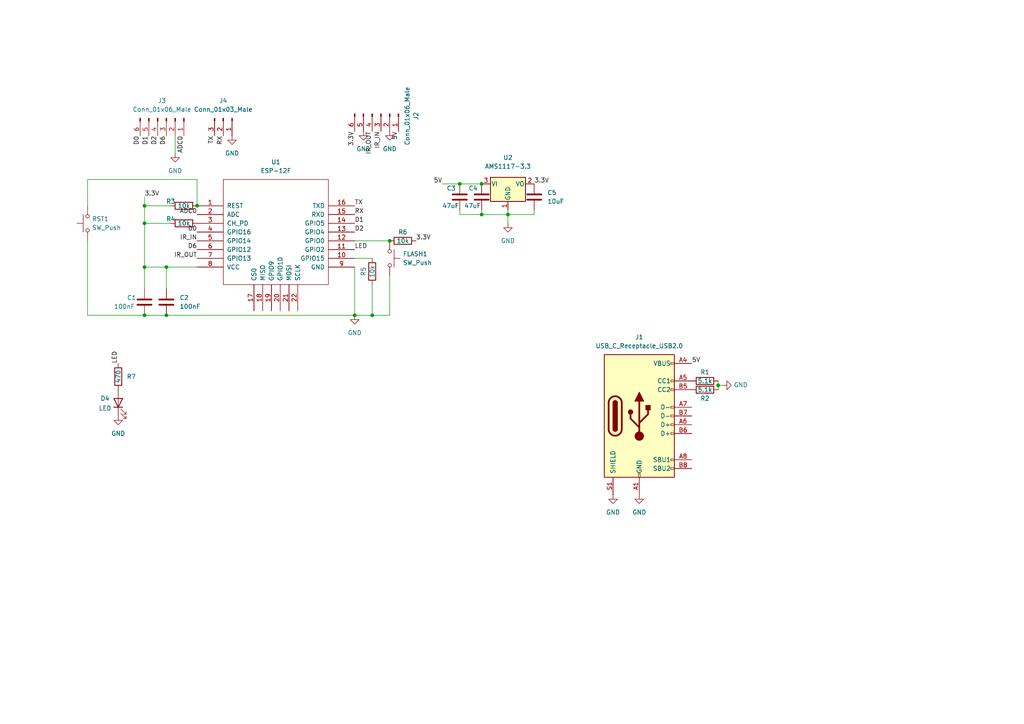
<source format=kicad_sch>
(kicad_sch (version 20211123) (generator eeschema)
  (paper "A4")
  (lib_symbols
    (symbol "Connector:Conn_01x03_Male" (pin_names (offset 1.016) hide)
      (property "Reference" "J" (at 0 5.08 0))
      (property "Value" "Conn_01x03_Male" (at 0 -5.08 0))
      (symbol "Conn_01x03_Male_1_1"
        (polyline (pts (xy 1.27 -2.54) (xy 0.8636 -2.54)) (stroke (width 0.1524)))
        (polyline (pts (xy 1.27 0) (xy 0.8636 0)) (stroke (width 0.1524)))
        (polyline (pts (xy 1.27 2.54) (xy 0.8636 2.54)) (stroke (width 0.1524)))
        (rectangle (start 0.8636 -2.413) (end 0 -2.667) (stroke (width 0.1524)) (fill (type outline)))
        (rectangle (start 0.8636 0.127) (end 0 -0.127) (stroke (width 0.1524)) (fill (type outline)))
        (rectangle (start 0.8636 2.667) (end 0 2.413) (stroke (width 0.1524)) (fill (type outline)))
        (pin passive line (at 5.08 2.54 180) (length 3.81) (name "Pin_1") (number "1"))
        (pin passive line (at 5.08 0 180) (length 3.81) (name "Pin_2") (number "2"))
        (pin passive line (at 5.08 -2.54 180) (length 3.81) (name "Pin_3") (number "3"))
      )
    )
    (symbol "Connector:Conn_01x06_Male" (pin_names (offset 1.016) hide)
      (property "Reference" "J" (at 0 7.62 0))
      (property "Value" "Conn_01x06_Male" (at 0 -10.16 0))
      (symbol "Conn_01x06_Male_1_1"
        (polyline (pts (xy 1.27 -7.62) (xy 0.8636 -7.62)) (stroke (width 0.1524)))
        (polyline (pts (xy 1.27 -5.08) (xy 0.8636 -5.08)) (stroke (width 0.1524)))
        (polyline (pts (xy 1.27 -2.54) (xy 0.8636 -2.54)) (stroke (width 0.1524)))
        (polyline (pts (xy 1.27 0) (xy 0.8636 0)) (stroke (width 0.1524)))
        (polyline (pts (xy 1.27 2.54) (xy 0.8636 2.54)) (stroke (width 0.1524)))
        (polyline (pts (xy 1.27 5.08) (xy 0.8636 5.08)) (stroke (width 0.1524)))
        (rectangle (start 0.8636 -7.493) (end 0 -7.747) (stroke (width 0.1524)) (fill (type outline)))
        (rectangle (start 0.8636 -4.953) (end 0 -5.207) (stroke (width 0.1524)) (fill (type outline)))
        (rectangle (start 0.8636 -2.413) (end 0 -2.667) (stroke (width 0.1524)) (fill (type outline)))
        (rectangle (start 0.8636 0.127) (end 0 -0.127) (stroke (width 0.1524)) (fill (type outline)))
        (rectangle (start 0.8636 2.667) (end 0 2.413) (stroke (width 0.1524)) (fill (type outline)))
        (rectangle (start 0.8636 5.207) (end 0 4.953) (stroke (width 0.1524)) (fill (type outline)))
        (pin passive line (at 5.08 5.08 180) (length 3.81) (name "Pin_1") (number "1"))
        (pin passive line (at 5.08 2.54 180) (length 3.81) (name "Pin_2") (number "2"))
        (pin passive line (at 5.08 0 180) (length 3.81) (name "Pin_3") (number "3"))
        (pin passive line (at 5.08 -2.54 180) (length 3.81) (name "Pin_4") (number "4"))
        (pin passive line (at 5.08 -5.08 180) (length 3.81) (name "Pin_5") (number "5"))
        (pin passive line (at 5.08 -7.62 180) (length 3.81) (name "Pin_6") (number "6"))
      )
    )
    (symbol "Connector:USB_C_Receptacle_USB2.0" (pin_names (offset 1.016))
      (property "Reference" "J" (at -10.16 19.05 0))
      (property "Value" "USB_C_Receptacle_USB2.0" (at 19.05 19.05 0))
      (symbol "USB_C_Receptacle_USB2.0_0_0"
        (rectangle (start -0.254 -17.78) (end 0.254 -16.764))
        (rectangle (start 10.16 -14.986) (end 9.144 -15.494))
        (rectangle (start 10.16 -12.446) (end 9.144 -12.954))
        (rectangle (start 10.16 -4.826) (end 9.144 -5.334))
        (rectangle (start 10.16 -2.286) (end 9.144 -2.794))
        (rectangle (start 10.16 0.254) (end 9.144 -0.254))
        (rectangle (start 10.16 2.794) (end 9.144 2.286))
        (rectangle (start 10.16 7.874) (end 9.144 7.366))
        (rectangle (start 10.16 10.414) (end 9.144 9.906))
        (rectangle (start 10.16 15.494) (end 9.144 14.986))
      )
      (symbol "USB_C_Receptacle_USB2.0_0_1"
        (rectangle (start -10.16 17.78) (end 10.16 -17.78) (stroke (width 0.254)) (fill (type background)))
        (arc (start -8.89 -3.81) (mid -6.985 -5.715) (end -5.08 -3.81) (stroke (width 0.508)))
        (arc (start -7.62 -3.81) (mid -6.985 -4.445) (end -6.35 -3.81) (stroke (width 0.254)))
        (arc (start -7.62 -3.81) (mid -6.985 -4.445) (end -6.35 -3.81) (stroke (width 0.254)) (fill (type outline)))
        (rectangle (start -7.62 -3.81) (end -6.35 3.81) (stroke (width 0.254)) (fill (type outline)))
        (arc (start -6.35 3.81) (mid -6.985 4.445) (end -7.62 3.81) (stroke (width 0.254)))
        (arc (start -6.35 3.81) (mid -6.985 4.445) (end -7.62 3.81) (stroke (width 0.254)) (fill (type outline)))
        (arc (start -5.08 3.81) (mid -6.985 5.715) (end -8.89 3.81) (stroke (width 0.508)))
        (circle (center -2.54 1.143) (radius 0.635) (stroke (width 0.254)) (fill (type outline)))
        (circle (center 0 -5.842) (radius 1.27) (fill (type outline)))
        (polyline (pts (xy -8.89 -3.81) (xy -8.89 3.81)) (stroke (width 0.508)))
        (polyline (pts (xy -5.08 3.81) (xy -5.08 -3.81)) (stroke (width 0.508)))
        (polyline (pts (xy 0 -5.842) (xy 0 4.318)) (stroke (width 0.508)))
        (polyline (pts (xy 0 -3.302) (xy -2.54 -0.762) (xy -2.54 0.508)) (stroke (width 0.508)))
        (polyline (pts (xy 0 -2.032) (xy 2.54 0.508) (xy 2.54 1.778)) (stroke (width 0.508)))
        (polyline (pts (xy -1.27 4.318) (xy 0 6.858) (xy 1.27 4.318) (xy -1.27 4.318)) (stroke (width 0.254)) (fill (type outline)))
        (rectangle (start 1.905 1.778) (end 3.175 3.048) (stroke (width 0.254)) (fill (type outline)))
      )
      (symbol "USB_C_Receptacle_USB2.0_1_1"
        (pin passive line (at 0 -22.86 90) (length 5.08) (name "GND") (number "A1"))
        (pin passive line (at 0 -22.86 90) (length 5.08) hide (name "GND") (number "A12"))
        (pin passive line (at 15.24 15.24 180) (length 5.08) (name "VBUS") (number "A4"))
        (pin bidirectional line (at 15.24 10.16 180) (length 5.08) (name "CC1") (number "A5"))
        (pin bidirectional line (at 15.24 -2.54 180) (length 5.08) (name "D+") (number "A6"))
        (pin bidirectional line (at 15.24 2.54 180) (length 5.08) (name "D-") (number "A7"))
        (pin bidirectional line (at 15.24 -12.7 180) (length 5.08) (name "SBU1") (number "A8"))
        (pin passive line (at 15.24 15.24 180) (length 5.08) hide (name "VBUS") (number "A9"))
        (pin passive line (at 0 -22.86 90) (length 5.08) hide (name "GND") (number "B1"))
        (pin passive line (at 0 -22.86 90) (length 5.08) hide (name "GND") (number "B12"))
        (pin passive line (at 15.24 15.24 180) (length 5.08) hide (name "VBUS") (number "B4"))
        (pin bidirectional line (at 15.24 7.62 180) (length 5.08) (name "CC2") (number "B5"))
        (pin bidirectional line (at 15.24 -5.08 180) (length 5.08) (name "D+") (number "B6"))
        (pin bidirectional line (at 15.24 0 180) (length 5.08) (name "D-") (number "B7"))
        (pin bidirectional line (at 15.24 -15.24 180) (length 5.08) (name "SBU2") (number "B8"))
        (pin passive line (at 15.24 15.24 180) (length 5.08) hide (name "VBUS") (number "B9"))
        (pin passive line (at -7.62 -22.86 90) (length 5.08) (name "SHIELD") (number "S1"))
      )
    )
    (symbol "Device:C" (pin_numbers hide) (pin_names (offset 0.254))
      (property "Reference" "C" (at 0.635 2.54 0))
      (property "Value" "C" (at 0.635 -2.54 0))
      (symbol "C_0_1"
        (polyline (pts (xy -2.032 -0.762) (xy 2.032 -0.762)) (stroke (width 0.508)))
        (polyline (pts (xy -2.032 0.762) (xy 2.032 0.762)) (stroke (width 0.508)))
      )
      (symbol "C_1_1"
        (pin passive line (at 0 3.81 270) (length 2.794) (name "~") (number "1"))
        (pin passive line (at 0 -3.81 90) (length 2.794) (name "~") (number "2"))
      )
    )
    (symbol "Device:LED" (pin_numbers hide) (pin_names (offset 1.016) hide)
      (property "Reference" "D" (at 0 2.54 0))
      (property "Value" "LED" (at 0 -2.54 0))
      (symbol "LED_0_1"
        (polyline (pts (xy -1.27 -1.27) (xy -1.27 1.27)) (stroke (width 0.254)))
        (polyline (pts (xy -1.27 0) (xy 1.27 0)))
        (polyline (pts (xy 1.27 -1.27) (xy 1.27 1.27) (xy -1.27 0) (xy 1.27 -1.27)) (stroke (width 0.254)))
        (polyline (pts (xy -3.048 -0.762) (xy -4.572 -2.286) (xy -3.81 -2.286) (xy -4.572 -2.286) (xy -4.572 -1.524)))
        (polyline (pts (xy -1.778 -0.762) (xy -3.302 -2.286) (xy -2.54 -2.286) (xy -3.302 -2.286) (xy -3.302 -1.524)))
      )
      (symbol "LED_1_1"
        (pin passive line (at -3.81 0 0) (length 2.54) (name "K") (number "1"))
        (pin passive line (at 3.81 0 180) (length 2.54) (name "A") (number "2"))
      )
    )
    (symbol "Device:R" (pin_numbers hide) (pin_names (offset 0))
      (property "Reference" "R" (at 2.032 0 90))
      (property "Value" "R" (at 0 0 90))
      (symbol "R_0_1"
        (rectangle (start -1.016 -2.54) (end 1.016 2.54) (stroke (width 0.254)))
      )
      (symbol "R_1_1"
        (pin passive line (at 0 3.81 270) (length 1.27) (name "~") (number "1"))
        (pin passive line (at 0 -3.81 90) (length 1.27) (name "~") (number "2"))
      )
    )
    (symbol "ESP8266:ESP-12F" (pin_names (offset 1.016))
      (property "Reference" "U" (at 0 -2.54 0))
      (property "Value" "ESP-12F" (at 0 2.54 0))
      (symbol "ESP-12F_1_0"
        (rectangle (start -15.24 -15.24) (end 15.24 15.24))
      )
      (symbol "ESP-12F_1_1"
        (pin input line (at -22.86 7.62 0) (length 7.62) (name "REST") (number "1"))
        (pin bidirectional line (at 22.86 -7.62 180) (length 7.62) (name "GPIO15") (number "10"))
        (pin bidirectional line (at 22.86 -5.08 180) (length 7.62) (name "GPIO2") (number "11"))
        (pin bidirectional line (at 22.86 -2.54 180) (length 7.62) (name "GPIO0") (number "12"))
        (pin bidirectional line (at 22.86 0 180) (length 7.62) (name "GPIO4") (number "13"))
        (pin bidirectional line (at 22.86 2.54 180) (length 7.62) (name "GPIO5") (number "14"))
        (pin input line (at 22.86 5.08 180) (length 7.62) (name "RXD") (number "15"))
        (pin output line (at 22.86 7.62 180) (length 7.62) (name "TXD") (number "16"))
        (pin bidirectional line (at -6.35 -22.86 90) (length 7.62) (name "CS0") (number "17"))
        (pin bidirectional line (at -3.81 -22.86 90) (length 7.62) (name "MISO") (number "18"))
        (pin bidirectional line (at -1.27 -22.86 90) (length 7.62) (name "GPIO9") (number "19"))
        (pin passive line (at -22.86 5.08 0) (length 7.62) (name "ADC") (number "2"))
        (pin bidirectional line (at 1.27 -22.86 90) (length 7.62) (name "GPIO10") (number "20"))
        (pin bidirectional line (at 3.81 -22.86 90) (length 7.62) (name "MOSI") (number "21"))
        (pin bidirectional line (at 6.35 -22.86 90) (length 7.62) (name "SCLK") (number "22"))
        (pin input line (at -22.86 2.54 0) (length 7.62) (name "CH_PD") (number "3"))
        (pin bidirectional line (at -22.86 0 0) (length 7.62) (name "GPIO16") (number "4"))
        (pin bidirectional line (at -22.86 -2.54 0) (length 7.62) (name "GPIO14") (number "5"))
        (pin bidirectional line (at -22.86 -5.08 0) (length 7.62) (name "GPIO12") (number "6"))
        (pin bidirectional line (at -22.86 -7.62 0) (length 7.62) (name "GPIO13") (number "7"))
        (pin power_in line (at -22.86 -10.16 0) (length 7.62) (name "VCC") (number "8"))
        (pin power_in line (at 22.86 -10.16 180) (length 7.62) (name "GND") (number "9"))
      )
    )
    (symbol "Regulator_Linear:AMS1117-3.3" (pin_names (offset 0.254))
      (property "Reference" "U" (at -3.81 3.175 0))
      (property "Value" "AMS1117-3.3" (at 0 3.175 0))
      (symbol "AMS1117-3.3_0_1"
        (rectangle (start -5.08 -5.08) (end 5.08 1.905) (stroke (width 0.254)) (fill (type background)))
      )
      (symbol "AMS1117-3.3_1_1"
        (pin power_in line (at 0 -7.62 90) (length 2.54) (name "GND") (number "1"))
        (pin power_out line (at 7.62 0 180) (length 2.54) (name "VO") (number "2"))
        (pin power_in line (at -7.62 0 0) (length 2.54) (name "VI") (number "3"))
      )
    )
    (symbol "Switch:SW_Push" (pin_numbers hide) (pin_names (offset 1.016) hide)
      (property "Reference" "SW" (at 1.27 2.54 0))
      (property "Value" "SW_Push" (at 0 -1.524 0))
      (symbol "SW_Push_0_1"
        (circle (center -2.032 0) (radius 0.508))
        (polyline (pts (xy 0 1.27) (xy 0 3.048)))
        (polyline (pts (xy 2.54 1.27) (xy -2.54 1.27)))
        (circle (center 2.032 0) (radius 0.508))
        (pin passive line (at -5.08 0 0) (length 2.54) (name "1") (number "1"))
        (pin passive line (at 5.08 0 180) (length 2.54) (name "2") (number "2"))
      )
    )
    (symbol "power:GND" (power) (pin_names (offset 0))
      (property "Value" "GND" (at 0 -3.81 0))
      (symbol "GND_0_1"
        (polyline (pts (xy 0 0) (xy 0 -1.27) (xy 1.27 -1.27) (xy 0 -2.54) (xy -1.27 -1.27) (xy 0 -1.27)))
      )
      (symbol "GND_1_1"
        (pin power_in line (at 0 0 270) (length 0) hide (name "GND") (number "1"))
      )
    )
  )
  (junction (at 41.91 64.77))
  (junction (at 147.32 62.23))
  (junction (at 48.26 91.44))
  (junction (at 139.7 53.34))
  (junction (at 107.95 91.44))
  (junction (at 48.26 77.47))
  (junction (at 57.15 59.69))
  (junction (at 102.87 91.44))
  (junction (at 41.91 77.47))
  (junction (at 133.35 53.34))
  (junction (at 208.28 111.76))
  (junction (at 113.03 69.85))
  (junction (at 41.91 59.69))
  (junction (at 139.7 62.23))
  (junction (at 41.91 91.44))
  (wire (pts (xy 25.4 91.44) (xy 25.4 69.85)))
  (wire (pts (xy 147.32 62.23) (xy 147.32 64.77)))
  (wire (pts (xy 128.27 53.34) (xy 133.35 53.34)))
  (wire (pts (xy 57.15 52.07) (xy 57.15 59.69)))
  (wire (pts (xy 154.94 62.23) (xy 147.32 62.23)))
  (wire (pts (xy 147.32 60.96) (xy 147.32 62.23)))
  (wire (pts (xy 113.03 91.44) (xy 107.95 91.44)))
  (wire (pts (xy 48.26 77.47) (xy 57.15 77.47)))
  (wire (pts (xy 208.28 110.49) (xy 208.28 111.76)))
  (wire (pts (xy 41.91 91.44) (xy 48.26 91.44)))
  (wire (pts (xy 154.94 60.96) (xy 154.94 62.23)))
  (wire (pts (xy 48.26 77.47) (xy 48.26 83.82)))
  (wire (pts (xy 209.55 111.76) (xy 208.28 111.76)))
  (wire (pts (xy 41.91 59.69) (xy 49.53 59.69)))
  (wire (pts (xy 41.91 64.77) (xy 41.91 77.47)))
  (wire (pts (xy 107.95 82.55) (xy 107.95 91.44)))
  (wire (pts (xy 25.4 52.07) (xy 25.4 59.69)))
  (wire (pts (xy 139.7 60.96) (xy 139.7 62.23)))
  (wire (pts (xy 133.35 62.23) (xy 139.7 62.23)))
  (wire (pts (xy 102.87 91.44) (xy 107.95 91.44)))
  (wire (pts (xy 102.87 69.85) (xy 113.03 69.85)))
  (wire (pts (xy 139.7 62.23) (xy 147.32 62.23)))
  (wire (pts (xy 133.35 60.96) (xy 133.35 62.23)))
  (wire (pts (xy 41.91 59.69) (xy 41.91 64.77)))
  (wire (pts (xy 102.87 74.93) (xy 107.95 74.93)))
  (wire (pts (xy 41.91 77.47) (xy 41.91 83.82)))
  (wire (pts (xy 48.26 91.44) (xy 102.87 91.44)))
  (wire (pts (xy 25.4 91.44) (xy 41.91 91.44)))
  (wire (pts (xy 41.91 64.77) (xy 49.53 64.77)))
  (wire (pts (xy 50.8 39.37) (xy 50.8 44.45)))
  (wire (pts (xy 208.28 111.76) (xy 208.28 113.03)))
  (wire (pts (xy 113.03 80.01) (xy 113.03 91.44)))
  (wire (pts (xy 41.91 57.15) (xy 41.91 59.69)))
  (wire (pts (xy 102.87 77.47) (xy 102.87 91.44)))
  (wire (pts (xy 25.4 52.07) (xy 57.15 52.07)))
  (wire (pts (xy 133.35 53.34) (xy 139.7 53.34)))
  (wire (pts (xy 41.91 77.47) (xy 48.26 77.47)))
  (label "3.3V" (at 154.94 53.34 0))
  (label "RX" (at 64.77 39.37 270))
  (label "D6" (at 57.15 72.39 180))
  (label "D1" (at 102.87 64.77 0))
  (label "3.3V" (at 41.91 57.15 0))
  (label "RX" (at 102.87 62.23 0))
  (label "LED" (at 34.29 105.41 90))
  (label "D0" (at 40.64 39.37 270))
  (label "D2" (at 102.87 67.31 0))
  (label "5V" (at 115.57 38.1 270))
  (label "D6" (at 48.26 39.37 270))
  (label "ADC0" (at 53.34 39.37 270))
  (label "D2" (at 45.72 39.37 270))
  (label "5V" (at 128.27 53.34 180))
  (label "ADC0" (at 57.15 62.23 180))
  (label "IR_OUT" (at 107.95 38.1 270))
  (label "LED" (at 102.87 72.39 0))
  (label "IR_OUT" (at 57.15 74.93 180))
  (label "5V" (at 200.66 105.41 0))
  (label "3.3V" (at 120.65 69.85 0))
  (label "3.3V" (at 102.87 38.1 270))
  (label "IR_IN" (at 57.15 69.85 180))
  (label "D1" (at 43.18 39.37 270))
  (label "D0" (at 57.15 67.31 180))
  (label "IR_IN" (at 110.49 38.1 270))
  (label "TX" (at 62.23 39.37 270))
  (label "TX" (at 102.87 59.69 0))
  (symbol (lib_id "power:GND") (at 67.31 39.37 0) (unit 1)
    (property "Reference" "#PWR0108" (effects hide))
    (property "Value" "GND" (at 67.31 44.45 0))
  )
  (symbol (lib_id "power:GND") (at 50.8 44.45 0) (unit 1)
    (property "Reference" "#PWR0109" (effects hide))
    (property "Value" "GND" (at 50.8 49.53 0))
  )
  (symbol (lib_id "power:GND") (at 34.29 120.65 0) (unit 1)
    (property "Reference" "#PWR0110" (effects hide))
    (property "Value" "GND" (at 34.29 125.73 0))
  )
  (symbol (lib_id "Device:C") (at 133.35 57.15 0) (unit 1)
    (property "Reference" "C3" (at 129.54 54.61 0) (effects (justify left)))
    (property "Value" "47uF" (at 128.27 59.69 0) (effects (justify left)))
    (property "Footprint" "Capacitor_THT:CP_Radial_D5.0mm_P2.50mm" (effects hide))
  )
  (symbol (lib_id "Connector:Conn_01x06_Male") (at 48.26 34.29 270) (unit 1)
    (property "Reference" "J3" (at 46.99 29.21 90))
    (property "Value" "Conn_01x06_Male" (at 46.99 31.75 90))
    (property "Footprint" "Connector_PinHeader_2.54mm:PinHeader_1x06_P2.54mm_Vertical" (effects hide))
  )
  (symbol (lib_id "Device:R") (at 107.95 78.74 0) (unit 1)
    (property "Reference" "R5" (at 105.41 78.74 90))
    (property "Value" "10k" (at 107.95 78.74 90))
    (property "Footprint" "Resistor_SMD:R_0603_1608Metric_Pad0.98x0.95mm_HandSolder" (effects hide))
  )
  (symbol (lib_id "power:GND") (at 147.32 64.77 0) (unit 1)
    (property "Reference" "#PWR0105" (effects hide))
    (property "Value" "GND" (at 147.32 69.85 0))
  )
  (symbol (lib_id "Device:R") (at 34.29 109.22 180) (unit 1)
    (property "Reference" "R7" (at 38.1 109.22 0))
    (property "Value" "470" (at 34.29 109.22 90))
    (property "Footprint" "Resistor_SMD:R_0603_1608Metric_Pad0.98x0.95mm_HandSolder" (effects hide))
  )
  (symbol (lib_id "Connector:Conn_01x06_Male") (at 110.49 33.02 270) (unit 1)
    (property "Reference" "J2" (at 120.65 33.655 0))
    (property "Value" "Conn_01x06_Male" (at 118.11 33.655 0))
    (property "Footprint" "Connector_Wire:SolderWirePad_1x01_SMD_1x2mm" (effects hide))
  )
  (symbol (lib_id "Regulator_Linear:AMS1117-3.3") (at 147.32 53.34 0) (unit 1)
    (property "Reference" "U2" (at 147.32 45.72 0))
    (property "Value" "AMS1117-3.3" (at 147.32 48.26 0))
    (property "Footprint" "Package_TO_SOT_SMD:SOT-223-3_TabPin2" (effects hide))
    (property "Datasheet" "http://www.advanced-monolithic.com/pdf/ds1117.pdf" (effects hide))
  )
  (symbol (lib_id "Device:C") (at 154.94 57.15 0) (unit 1)
    (property "Reference" "C5" (at 158.75 55.8799 0) (effects (justify left)))
    (property "Value" "10uF" (at 158.75 58.4199 0) (effects (justify left)))
    (property "Footprint" "Capacitor_SMD:C_0603_1608Metric_Pad1.08x0.95mm_HandSolder" (effects hide))
  )
  (symbol (lib_id "Device:R") (at 204.47 113.03 270) (unit 1)
    (property "Reference" "R2" (at 204.47 115.57 90))
    (property "Value" "5.1k" (at 204.47 113.03 90))
    (property "Footprint" "Resistor_SMD:R_0603_1608Metric_Pad0.98x0.95mm_HandSolder" (effects hide))
  )
  (symbol (lib_id "Device:R") (at 53.34 59.69 270) (unit 1)
    (property "Reference" "R3" (at 49.53 58.42 90))
    (property "Value" "10k" (at 53.34 59.69 90))
    (property "Footprint" "Resistor_SMD:R_0603_1608Metric_Pad0.98x0.95mm_HandSolder" (effects hide))
  )
  (symbol (lib_id "power:GND") (at 209.55 111.76 90) (unit 1)
    (property "Reference" "#PWR0101" (effects hide))
    (property "Value" "GND" (at 212.8012 111.633 90) (effects (justify right)))
  )
  (symbol (lib_id "Device:R") (at 204.47 110.49 270) (unit 1)
    (property "Reference" "R1" (at 204.47 107.95 90))
    (property "Value" "5.1k" (at 204.47 110.49 90))
    (property "Footprint" "Resistor_SMD:R_0603_1608Metric_Pad0.98x0.95mm_HandSolder" (effects hide))
  )
  (symbol (lib_id "power:GND") (at 102.87 91.44 0) (unit 1)
    (property "Reference" "#PWR0104" (effects hide))
    (property "Value" "GND" (at 102.87 96.52 0))
  )
  (symbol (lib_id "Device:C") (at 48.26 87.63 0) (unit 1)
    (property "Reference" "C2" (at 52.07 86.3599 0) (effects (justify left)))
    (property "Value" "100nF" (at 52.07 88.8999 0) (effects (justify left)))
    (property "Footprint" "Capacitor_SMD:C_0603_1608Metric_Pad1.08x0.95mm_HandSolder" (effects hide))
  )
  (symbol (lib_id "power:GND") (at 105.41 38.1 0) (unit 1)
    (property "Reference" "#PWR0102" (effects hide))
    (property "Value" "GND" (at 105.41 43.18 0))
  )
  (symbol (lib_id "Device:R") (at 116.84 69.85 270) (unit 1)
    (property "Reference" "R6" (at 116.84 67.31 90))
    (property "Value" "10k" (at 116.84 69.85 90))
    (property "Footprint" "Resistor_SMD:R_0603_1608Metric_Pad0.98x0.95mm_HandSolder" (effects hide))
  )
  (symbol (lib_id "Switch:SW_Push") (at 25.4 64.77 90) (unit 1)
    (property "Reference" "RST1" (at 26.67 63.4999 90) (effects (justify right)))
    (property "Value" "SW_Push" (at 26.67 66.0399 90) (effects (justify right)))
    (property "Footprint" "Button_Switch_THT:SW_PUSH_6mm_H8mm" (effects hide))
  )
  (symbol (lib_id "power:GND") (at 185.42 143.51 0) (unit 1)
    (property "Reference" "#PWR0106" (effects hide))
    (property "Value" "GND" (at 185.42 148.59 0))
  )
  (symbol (lib_id "Switch:SW_Push") (at 113.03 74.93 270) (unit 1)
    (property "Reference" "FLASH1" (at 116.84 73.6599 90) (effects (justify left)))
    (property "Value" "SW_Push" (at 116.84 76.1999 90) (effects (justify left)))
    (property "Footprint" "Button_Switch_THT:SW_PUSH_6mm_H8mm" (effects hide))
  )
  (symbol (lib_id "ESP8266:ESP-12F") (at 80.01 67.31 0) (unit 1)
    (property "Reference" "U1" (at 80.01 46.99 0))
    (property "Value" "ESP-12F" (at 80.01 49.53 0))
    (property "Footprint" "ESP8266:ESP-12E" (effects hide))
    (property "Datasheet" "http://l0l.org.uk/2014/12/esp8266-modules-hardware-guide-gotta-catch-em-all/" (effects hide))
  )
  (symbol (lib_id "Device:C") (at 41.91 87.63 0) (unit 1)
    (property "Reference" "C1" (at 36.83 86.36 0) (effects (justify left)))
    (property "Value" "100nF" (at 33.02 88.9 0) (effects (justify left)))
    (property "Footprint" "Capacitor_SMD:C_0603_1608Metric_Pad1.08x0.95mm_HandSolder" (effects hide))
  )
  (symbol (lib_id "Device:LED") (at 34.29 116.84 90) (unit 1)
    (property "Reference" "D4" (at 30.48 115.57 90))
    (property "Value" "LED" (at 30.48 118.4275 90))
    (property "Footprint" "LED_SMD:LED_0603_1608Metric_Pad1.05x0.95mm_HandSolder" (effects hide))
  )
  (symbol (lib_id "power:GND") (at 113.03 38.1 0) (unit 1)
    (property "Reference" "#PWR0103" (effects hide))
    (property "Value" "GND" (at 113.03 43.18 0))
  )
  (symbol (lib_id "Connector:USB_C_Receptacle_USB2.0") (at 185.42 120.65 0) (unit 1)
    (property "Reference" "J1" (at 185.42 97.79 0))
    (property "Value" "USB_C_Receptacle_USB2.0" (at 185.42 100.33 0))
    (property "Footprint" "Connector_USB:USB_C_Receptacle_HRO_TYPE-C-31-M-12" (effects hide))
    (property "Datasheet" "https://www.usb.org/sites/default/files/documents/usb_type-c.zip" (effects hide))
  )
  (symbol (lib_id "Device:C") (at 139.7 57.15 0) (unit 1)
    (property "Reference" "C4" (at 135.89 54.61 0) (effects (justify left)))
    (property "Value" "47uF" (at 134.62 59.69 0) (effects (justify left)))
    (property "Footprint" "Capacitor_THT:CP_Radial_D5.0mm_P2.50mm" (effects hide))
  )
  (symbol (lib_id "Device:R") (at 53.34 64.77 270) (unit 1)
    (property "Reference" "R4" (at 49.53 63.5 90))
    (property "Value" "10k" (at 53.34 64.77 90))
    (property "Footprint" "Resistor_SMD:R_0603_1608Metric_Pad0.98x0.95mm_HandSolder" (effects hide))
  )
  (symbol (lib_id "power:GND") (at 177.8 143.51 0) (unit 1)
    (property "Reference" "#PWR0107" (effects hide))
    (property "Value" "GND" (at 177.8 148.59 0))
  )
  (symbol (lib_id "Connector:Conn_01x03_Male") (at 64.77 34.29 270) (unit 1)
    (property "Reference" "J4" (at 64.77 29.21 90))
    (property "Value" "Conn_01x03_Male" (at 64.77 31.75 90))
    (property "Footprint" "Connector_PinHeader_2.54mm:PinHeader_1x03_P2.54mm_Vertical" (effects hide))
  )
)
</source>
